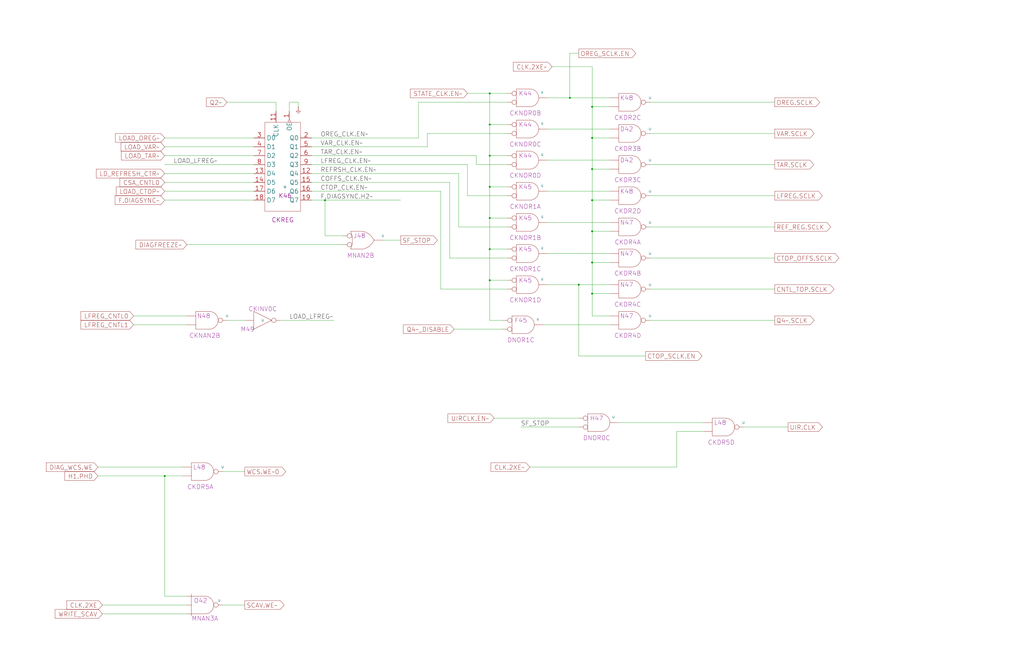
<source format=kicad_sch>
(kicad_sch (version 20220404) (generator eeschema)
  (paper "User" 584.2 378.46)
  (title_block (title "CLOCK GENERATION") (date "20-MAR-90") (rev "1.0") (comment 1 "FIU") (comment 2 "232-003065") (comment 3 "S400") (comment 4 "RELEASED"))
  (lib_symbols
    (symbol "r1000:F00" (pin_numbers hide) (pin_names hide)
      (property "Reference" "U" (at 15.24 0 0))
      (property "Value" "F00" (at 1.905 -5.08 0))
      (property "Location" "___" (at 1.905 0 0))
      (property "Name" "______" (at 2.54 -12.7 0))
      (symbol "F00_0_1"
        (polyline (pts (xy -2.54 -7.62) (xy 5.08 -7.62)) (stroke (width 0.1524)))
        (polyline (pts (xy -2.54 2.54) (xy -2.54 -7.62)) (stroke (width 0.1524)))
        (polyline (pts (xy -2.54 2.54) (xy 5.08 2.54)) (stroke (width 0.1524)))
        (arc (start 5.08 -7.62) (mid 10.1282 -2.54) (end 5.08 2.54) (stroke (width 0.1524)))
        (circle (center 11.43 -2.54) (radius 1.27) (stroke (width 0.1524)))
      )
      (symbol "F00_0_2"
        (circle (center -3.81 -5.08) (radius 1.27) (stroke (width 0.1524)))
        (circle (center -3.81 0) (radius 1.27) (stroke (width 0.1524)))
        (arc (start -3.175 -7.62) (mid -2.134 -2.54) (end -3.175 2.54) (stroke (width 0.1524)))
        (polyline (pts (xy -3.175 -7.62) (xy 3.81 -7.62)) (stroke (width 0.1524)))
        (polyline (pts (xy -3.175 2.54) (xy 3.81 2.54)) (stroke (width 0.1524)))
        (arc (start 3.81 -7.62) (mid 7.5855 -5.8306) (end 10.16 -2.54) (stroke (width 0.1524)))
        (arc (start 10.16 -2.54) (mid 7.5827 0.7471) (end 3.81 2.54) (stroke (width 0.1524)))
      )
      (symbol "F00_1_1"
        (pin input line (at -7.62 0 0) (length 5.08) (name "D0") (number "1"))
        (pin input line (at -7.62 -5.08 0) (length 5.08) (name "D1") (number "2"))
        (pin output line (at 15.24 -2.54 180) (length 2.54) (name "Q") (number "3"))
      )
      (symbol "F00_1_2"
        (pin input line (at -7.62 0 0) (length 2.54) (name "D0") (number "1"))
        (pin input line (at -7.62 -5.08 0) (length 2.54) (name "D1") (number "2"))
        (pin output line (at 15.24 -2.54 180) (length 5.08) (name "Q") (number "3"))
      )
    )
    (symbol "r1000:F02" (pin_numbers hide) (pin_names hide)
      (property "Reference" "U" (at 12.16 0.635 0))
      (property "Value" "F02" (at -1.27 -4.445 0))
      (property "Location" "___" (at 2.54 0 0))
      (property "Name" "______" (at 2.54 -12.7 0))
      (symbol "F02_0_1"
        (arc (start -3.81 -7.62) (mid -2.9847 -2.54) (end -3.81 2.54) (stroke (width 0.1524)))
        (polyline (pts (xy -5.08 -5.08) (xy -3.175 -5.08)) (stroke (width 0.1524)))
        (polyline (pts (xy -5.08 0) (xy -3.175 0)) (stroke (width 0.1524)))
        (polyline (pts (xy -3.81 -7.62) (xy 2.54 -7.62)) (stroke (width 0.1524)))
        (polyline (pts (xy -3.81 2.54) (xy 2.54 2.54)) (stroke (width 0.1524)))
        (polyline (pts (xy 13.97 -2.54) (xy 12.7 -2.54)) (stroke (width 0.1524)))
        (arc (start 2.54 -7.62) (mid 6.9515 -5.9823) (end 10.16 -2.54) (stroke (width 0.1524)))
        (arc (start 10.16 -2.54) (mid 6.9478 0.8966) (end 2.54 2.54) (stroke (width 0.1524)))
        (circle (center 11.43 -2.54) (radius 1.27) (stroke (width 0.1524)))
      )
      (symbol "F02_0_2"
        (circle (center -3.81 -5.08) (radius 1.27) (stroke (width 0.1524)))
        (circle (center -3.81 0) (radius 1.27) (stroke (width 0.1524)))
        (polyline (pts (xy -2.54 -7.62) (xy 5.08 -7.62)) (stroke (width 0.1524)))
        (polyline (pts (xy -2.54 2.54) (xy -2.54 -7.62)) (stroke (width 0.1524)))
        (polyline (pts (xy -2.54 2.54) (xy 5.08 2.54)) (stroke (width 0.1524)))
        (polyline (pts (xy 11.43 -2.54) (xy 10.16 -2.54)) (stroke (width 0.1524)))
        (polyline (pts (xy 11.43 -2.54) (xy 12.7 -2.54)) (stroke (width 0.1524)))
        (arc (start 5.08 -7.62) (mid 10.1282 -2.54) (end 5.08 2.54) (stroke (width 0.1524)))
      )
      (symbol "F02_1_1"
        (pin input line (at -7.62 0 0) (length 2.54) (name "D0") (number "1"))
        (pin input line (at -7.62 -5.08 0) (length 2.54) (name "D1") (number "2"))
        (pin output line (at 15.24 -2.54 180) (length 1.27) (name "Q") (number "3"))
      )
      (symbol "F02_1_2"
        (pin input line (at -7.62 0 0) (length 2.54) (name "D0") (number "1"))
        (pin input line (at -7.62 -5.08 0) (length 2.54) (name "D1") (number "2"))
        (pin output line (at 15.24 -2.54 180) (length 2.54) (name "Q") (number "3"))
      )
    )
    (symbol "r1000:F04" (pin_numbers hide) (pin_names hide)
      (property "Reference" "U" (at 0 0 0))
      (property "Value" "F04" (at 1.27 -5.08 0))
      (property "Location" "___" (at -12.7 -5.08 0))
      (property "Name" "______" (at 0 5.08 0))
      (symbol "F04_0_1"
        (polyline (pts (xy -7.62 0) (xy -5.08 0)) (stroke (width 0.1524)))
        (polyline (pts (xy -5.08 5.08) (xy -5.08 -5.08)) (stroke (width 0.1524)))
        (polyline (pts (xy 5.08 0) (xy -5.08 -5.08)) (stroke (width 0.1524)))
        (polyline (pts (xy 5.08 0) (xy -5.08 5.08)) (stroke (width 0.1524)))
        (circle (center 6.35 0) (radius 1.27) (stroke (width 0.1524)))
      )
      (symbol "F04_1_1"
        (pin input line (at -10.16 0 0) (length 2.54) (name "D0") (number "1"))
        (pin output line (at 10.16 0 180) (length 2.54) (name "Q") (number "2"))
      )
    )
    (symbol "r1000:F10" (pin_numbers hide) (pin_names hide)
      (property "Reference" "U" (at 13.335 0 0))
      (property "Value" "F10" (at 5.715 -5.08 0))
      (property "Location" "___" (at -1.27 0 0))
      (property "Name" "______" (at -2.54 -10.16 0))
      (symbol "F10_0_1"
        (polyline (pts (xy -2.54 -7.62) (xy 5.08 -7.62)) (stroke (width 0.1524)))
        (polyline (pts (xy -2.54 2.54) (xy 5.08 2.54)) (stroke (width 0.1524)))
        (polyline (pts (xy -2.54 3.81) (xy -2.54 -8.89)) (stroke (width 0.1524)))
        (arc (start 5.08 -7.62) (mid 10.1282 -2.54) (end 5.08 2.54) (stroke (width 0.1524)))
        (circle (center 11.43 -2.54) (radius 1.27) (stroke (width 0.1524)))
      )
      (symbol "F10_0_2"
        (circle (center -3.81 -7.62) (radius 1.27) (stroke (width 0.1524)))
        (circle (center -3.81 2.54) (radius 1.27) (stroke (width 0.1524)))
        (circle (center -3.175 -2.54) (radius 1.27) (stroke (width 0.1524)))
        (arc (start -2.54 -7.62) (mid -1.8195 -2.54) (end -2.54 2.54) (stroke (width 0.1524)))
        (polyline (pts (xy -4.445 -2.54) (xy -5.08 -2.54)) (stroke (width 0.1524)))
        (polyline (pts (xy -2.54 -7.62) (xy 5.08 -7.62)) (stroke (width 0.1524)))
        (polyline (pts (xy -2.54 2.54) (xy 5.08 2.54)) (stroke (width 0.1524)))
        (polyline (pts (xy 10.795 -2.54) (xy 12.7 -2.54)) (stroke (width 0.1524)))
        (arc (start 5.08 -7.62) (mid 8.4845 -5.6954) (end 10.795 -2.54) (stroke (width 0.1524)))
        (arc (start 10.795 -2.54) (mid 8.4807 0.6111) (end 5.08 2.54) (stroke (width 0.1524)))
      )
      (symbol "F10_1_1"
        (pin input line (at -5.08 2.54 0) (length 2.54) (name "D0") (number "1"))
        (pin input line (at -5.08 -2.54 0) (length 2.54) (name "D1") (number "2"))
        (pin input line (at -5.08 -7.62 0) (length 2.54) (name "D2") (number "3"))
        (pin output line (at 15.24 -2.54 180) (length 2.54) (name "Q") (number "4"))
      )
      (symbol "F10_1_2"
        (pin input line (at -5.08 2.54 0) (length 0) (name "D0") (number "1"))
        (pin input line (at -5.08 -2.54 0) (length 0) (name "D1") (number "2"))
        (pin input line (at -5.08 -7.62 0) (length 0) (name "D2") (number "3"))
        (pin output line (at 15.24 -2.54 180) (length 2.54) (name "Q") (number "4"))
      )
    )
    (symbol "r1000:F37" (pin_numbers hide) (pin_names (offset 0) hide)
      (property "Reference" "U" (at 15.24 0 0))
      (property "Value" "F37" (at 1.905 -5.08 0))
      (property "Location" "___" (at 1.905 0 0))
      (property "Name" "______" (at 2.54 -12.7 0))
      (symbol "F37_0_1"
        (polyline (pts (xy -2.54 -7.62) (xy 5.08 -7.62)) (stroke (width 0.1524)))
        (polyline (pts (xy -2.54 2.54) (xy -2.54 -7.62)) (stroke (width 0.1524)))
        (polyline (pts (xy -2.54 2.54) (xy 5.08 2.54)) (stroke (width 0.1524)))
        (arc (start 5.08 -7.62) (mid 10.1282 -2.54) (end 5.08 2.54) (stroke (width 0.1524)))
        (circle (center 11.43 -2.54) (radius 1.27) (stroke (width 0.1524)))
      )
      (symbol "F37_0_2"
        (circle (center -3.81 -5.08) (radius 1.27) (stroke (width 0.1524)))
        (circle (center -3.81 0) (radius 1.27) (stroke (width 0.1524)))
        (arc (start -3.175 -7.62) (mid -2.134 -2.54) (end -3.175 2.54) (stroke (width 0.1524)))
        (polyline (pts (xy -3.175 -7.62) (xy 3.81 -7.62)) (stroke (width 0.1524)))
        (polyline (pts (xy -3.175 2.54) (xy 3.81 2.54)) (stroke (width 0.1524)))
        (arc (start 3.81 -7.62) (mid 7.5855 -5.8306) (end 10.16 -2.54) (stroke (width 0.1524)))
        (arc (start 10.16 -2.54) (mid 7.5827 0.7471) (end 3.81 2.54) (stroke (width 0.1524)))
      )
      (symbol "F37_1_1"
        (pin input line (at -7.62 0 0) (length 5.08) (name "D0") (number "1"))
        (pin input line (at -7.62 -5.08 0) (length 5.08) (name "D1") (number "2"))
        (pin output line (at 15.24 -2.54 180) (length 2.54) (name "Q") (number "3"))
      )
      (symbol "F37_1_2"
        (pin input line (at -7.62 0 0) (length 2.54) (name "D0") (number "1"))
        (pin input line (at -7.62 -5.08 0) (length 2.54) (name "D1") (number "2"))
        (pin output line (at 15.24 -2.54 180) (length 5.08) (name "Q") (number "3"))
      )
    )
    (symbol "r1000:F374" (pin_names (offset 1.016))
      (property "Reference" "U" (at 2.54 5.08 0))
      (property "Value" "F374" (at -3.81 -7.62 0))
      (property "Location" "___" (at -1.27 0 0))
      (property "Name" "______" (at 1.27 -15.24 0))
      (symbol "F374_1_1"
        (rectangle (start -8.89 41.91) (end 11.43 -8.89))
        (circle (center 5.08 42.545) (radius 0.635))
        (pin input line (at 5.08 48.26 270) (length 5.08) (name "OE") (number "1"))
        (pin input line (at -2.54 48.26 270) (length 6.35) (name "CLK") (number "11"))
        (pin tri_state line (at 17.78 12.7 180) (length 6.35) (name "Q4") (number "12"))
        (pin input line (at -15.24 12.7 0) (length 6.35) (name "D4") (number "13"))
        (pin input line (at -15.24 7.62 0) (length 6.35) (name "D5") (number "14"))
        (pin tri_state line (at 17.78 7.62 180) (length 6.35) (name "Q5") (number "15"))
        (pin tri_state line (at 17.78 2.54 180) (length 6.35) (name "Q6") (number "16"))
        (pin input line (at -15.24 2.54 0) (length 6.35) (name "D6") (number "17"))
        (pin input line (at -15.24 -2.54 0) (length 6.35) (name "D7") (number "18"))
        (pin tri_state line (at 17.78 -2.54 180) (length 6.35) (name "Q7") (number "19"))
        (pin tri_state line (at 17.78 33.02 180) (length 6.35) (name "Q0") (number "2"))
        (pin input line (at -15.24 33.02 0) (length 6.35) (name "D0") (number "3"))
        (pin input line (at -15.24 27.94 0) (length 6.35) (name "D1") (number "4"))
        (pin tri_state line (at 17.78 27.94 180) (length 6.35) (name "Q1") (number "5"))
        (pin tri_state line (at 17.78 22.86 180) (length 6.35) (name "Q2") (number "6"))
        (pin input line (at -15.24 22.86 0) (length 6.35) (name "D2") (number "7"))
        (pin input line (at -15.24 17.78 0) (length 6.35) (name "D3") (number "8"))
        (pin tri_state line (at 17.78 17.78 180) (length 6.35) (name "Q3") (number "9"))
      )
    )
    (symbol "r1000:PD" (power) (pin_numbers hide) (pin_names hide) (in_bom no)
      (symbol "PD_0_1"
        (polyline (pts (xy 0 -2.54) (xy 1.27 -2.54) (xy 0 -3.81) (xy -1.27 -2.54) (xy 0 -2.54)) (stroke (width 0.1524)))
      )
      (symbol "PD_1_1"
        (pin power_in line (at 0 0 270) (length 2.54) (name "PD") (number "1"))
      )
    )
  )
  (junction (at 337.82 167.64))
  (junction (at 337.82 132.08))
  (junction (at 337.82 78.74))
  (junction (at 330.2 162.56))
  (junction (at 325.12 55.88))
  (junction (at 279.4 88.9))
  (junction (at 337.82 114.3))
  (junction (at 337.82 96.52))
  (junction (at 337.82 149.86))
  (junction (at 279.4 53.34))
  (junction (at 337.82 60.96))
  (junction (at 279.4 106.68))
  (junction (at 185.42 114.3))
  (junction (at 279.4 71.12))
  (junction (at 93.98 271.78))
  (junction (at 279.4 160.02))
  (junction (at 279.4 124.46))
  (junction (at 279.4 142.24))
  (wire (pts (xy 170.18 58.42) (xy 170.18 60.96)))
  (wire (pts (xy 312.42 109.22) (xy 347.98 109.22)))
  (wire (pts (xy 127 345.44) (xy 139.7 345.44)))
  (wire (pts (xy 424.18 243.84) (xy 449.58 243.84)))
  (wire (pts (xy 337.82 167.64) (xy 337.82 149.86)))
  (wire (pts (xy 279.4 88.9) (xy 279.4 71.12)))
  (wire (pts (xy 353.06 241.3) (xy 401.32 241.3)))
  (wire (pts (xy 157.48 63.5) (xy 157.48 58.42)))
  (wire (pts (xy 185.42 114.3) (xy 228.6 114.3)))
  (wire (pts (xy 177.8 83.82) (xy 243.84 83.82)))
  (wire (pts (xy 93.98 104.14) (xy 144.78 104.14)))
  (wire (pts (xy 93.98 78.74) (xy 144.78 78.74)))
  (wire (pts (xy 266.7 93.98) (xy 266.7 111.76)))
  (wire (pts (xy 279.4 124.46) (xy 279.4 106.68)))
  (wire (pts (xy 279.4 88.9) (xy 289.56 88.9)))
  (wire (pts (xy 93.98 114.3) (xy 144.78 114.3)))
  (wire (pts (xy 337.82 78.74) (xy 337.82 60.96)))
  (wire (pts (xy 177.8 109.22) (xy 251.46 109.22)))
  (wire (pts (xy 289.56 160.02) (xy 279.4 160.02)))
  (wire (pts (xy 386.08 246.38) (xy 386.08 266.7)))
  (wire (pts (xy 281.94 238.76) (xy 330.2 238.76)))
  (wire (pts (xy 218.44 137.16) (xy 228.6 137.16)))
  (wire (pts (xy 370.84 182.88) (xy 441.96 182.88)))
  (wire (pts (xy 337.82 180.34) (xy 337.82 167.64)))
  (wire (pts (xy 185.42 134.62) (xy 185.42 114.3)))
  (wire (pts (xy 93.98 88.9) (xy 144.78 88.9)))
  (wire (pts (xy 312.42 144.78) (xy 347.98 144.78)))
  (wire (pts (xy 401.32 246.38) (xy 386.08 246.38)))
  (wire (pts (xy 243.84 76.2) (xy 289.56 76.2)))
  (wire (pts (xy 271.78 93.98) (xy 289.56 93.98)))
  (wire (pts (xy 93.98 271.78) (xy 93.98 340.36)))
  (wire (pts (xy 106.68 340.36) (xy 93.98 340.36)))
  (wire (pts (xy 177.8 114.3) (xy 185.42 114.3)))
  (wire (pts (xy 347.98 180.34) (xy 337.82 180.34)))
  (wire (pts (xy 266.7 111.76) (xy 289.56 111.76)))
  (wire (pts (xy 76.2 185.42) (xy 106.68 185.42)))
  (wire (pts (xy 347.98 114.3) (xy 337.82 114.3)))
  (wire (pts (xy 251.46 165.1) (xy 289.56 165.1)))
  (wire (pts (xy 279.4 182.88) (xy 279.4 160.02)))
  (wire (pts (xy 76.2 180.34) (xy 106.68 180.34)))
  (wire (pts (xy 55.88 266.7) (xy 104.14 266.7)))
  (wire (pts (xy 368.3 203.2) (xy 330.2 203.2)))
  (wire (pts (xy 302.26 266.7) (xy 386.08 266.7)))
  (wire (pts (xy 279.4 142.24) (xy 279.4 124.46)))
  (wire (pts (xy 370.84 165.1) (xy 441.96 165.1)))
  (wire (pts (xy 58.42 350.52) (xy 106.68 350.52)))
  (wire (pts (xy 243.84 83.82) (xy 243.84 76.2)))
  (wire (pts (xy 238.76 78.74) (xy 238.76 58.42)))
  (wire (pts (xy 279.4 53.34) (xy 289.56 53.34)))
  (wire (pts (xy 271.78 88.9) (xy 271.78 93.98)))
  (wire (pts (xy 177.8 88.9) (xy 271.78 88.9)))
  (wire (pts (xy 106.68 139.7) (xy 195.58 139.7)))
  (wire (pts (xy 312.42 91.44) (xy 347.98 91.44)))
  (wire (pts (xy 279.4 106.68) (xy 279.4 88.9)))
  (wire (pts (xy 297.18 243.84) (xy 330.2 243.84)))
  (wire (pts (xy 347.98 167.64) (xy 337.82 167.64)))
  (wire (pts (xy 93.98 99.06) (xy 144.78 99.06)))
  (wire (pts (xy 279.4 142.24) (xy 289.56 142.24)))
  (wire (pts (xy 256.54 147.32) (xy 289.56 147.32)))
  (wire (pts (xy 347.98 96.52) (xy 337.82 96.52)))
  (wire (pts (xy 93.98 109.22) (xy 144.78 109.22)))
  (wire (pts (xy 238.76 58.42) (xy 289.56 58.42)))
  (wire (pts (xy 279.4 71.12) (xy 289.56 71.12)))
  (wire (pts (xy 279.4 106.68) (xy 289.56 106.68)))
  (wire (pts (xy 259.08 187.96) (xy 287.02 187.96)))
  (wire (pts (xy 370.84 93.98) (xy 441.96 93.98)))
  (wire (pts (xy 325.12 55.88) (xy 347.98 55.88)))
  (wire (pts (xy 370.84 76.2) (xy 441.96 76.2)))
  (wire (pts (xy 312.42 55.88) (xy 325.12 55.88)))
  (wire (pts (xy 370.84 147.32) (xy 441.96 147.32)))
  (wire (pts (xy 330.2 203.2) (xy 330.2 162.56)))
  (wire (pts (xy 93.98 83.82) (xy 144.78 83.82)))
  (wire (pts (xy 58.42 345.44) (xy 106.68 345.44)))
  (wire (pts (xy 177.8 78.74) (xy 238.76 78.74)))
  (wire (pts (xy 256.54 104.14) (xy 256.54 147.32)))
  (wire (pts (xy 347.98 149.86) (xy 337.82 149.86)))
  (wire (pts (xy 330.2 30.48) (xy 325.12 30.48)))
  (wire (pts (xy 325.12 30.48) (xy 325.12 55.88)))
  (wire (pts (xy 312.42 127) (xy 347.98 127)))
  (wire (pts (xy 347.98 132.08) (xy 337.82 132.08)))
  (wire (pts (xy 165.1 58.42) (xy 165.1 63.5)))
  (wire (pts (xy 279.4 124.46) (xy 289.56 124.46)))
  (wire (pts (xy 337.82 38.1) (xy 314.96 38.1)))
  (wire (pts (xy 337.82 60.96) (xy 337.82 38.1)))
  (wire (pts (xy 251.46 109.22) (xy 251.46 165.1)))
  (wire (pts (xy 157.48 58.42) (xy 129.54 58.42)))
  (wire (pts (xy 266.7 53.34) (xy 279.4 53.34)))
  (wire (pts (xy 370.84 129.54) (xy 441.96 129.54)))
  (wire (pts (xy 177.8 93.98) (xy 266.7 93.98)))
  (wire (pts (xy 312.42 162.56) (xy 330.2 162.56)))
  (wire (pts (xy 337.82 132.08) (xy 337.82 114.3)))
  (wire (pts (xy 177.8 99.06) (xy 261.62 99.06)))
  (wire (pts (xy 127 269.24) (xy 139.7 269.24)))
  (wire (pts (xy 93.98 271.78) (xy 104.14 271.78)))
  (wire (pts (xy 312.42 73.66) (xy 347.98 73.66)))
  (wire (pts (xy 347.98 60.96) (xy 337.82 60.96)))
  (wire (pts (xy 330.2 162.56) (xy 347.98 162.56)))
  (wire (pts (xy 93.98 93.98) (xy 144.78 93.98)))
  (wire (pts (xy 170.18 58.42) (xy 165.1 58.42)))
  (wire (pts (xy 370.84 111.76) (xy 441.96 111.76)))
  (wire (pts (xy 261.62 129.54) (xy 289.56 129.54)))
  (wire (pts (xy 337.82 96.52) (xy 337.82 78.74)))
  (wire (pts (xy 279.4 160.02) (xy 279.4 142.24)))
  (wire (pts (xy 337.82 114.3) (xy 337.82 96.52)))
  (wire (pts (xy 309.88 185.42) (xy 347.98 185.42)))
  (wire (pts (xy 261.62 99.06) (xy 261.62 129.54)))
  (wire (pts (xy 279.4 71.12) (xy 279.4 53.34)))
  (wire (pts (xy 177.8 104.14) (xy 256.54 104.14)))
  (wire (pts (xy 287.02 182.88) (xy 279.4 182.88)))
  (wire (pts (xy 129.54 182.88) (xy 139.7 182.88)))
  (wire (pts (xy 160.02 182.88) (xy 190.5 182.88)))
  (wire (pts (xy 337.82 149.86) (xy 337.82 132.08)))
  (wire (pts (xy 370.84 58.42) (xy 441.96 58.42)))
  (wire (pts (xy 195.58 134.62) (xy 185.42 134.62)))
  (wire (pts (xy 347.98 78.74) (xy 337.82 78.74)))
  (wire (pts (xy 55.88 271.78) (xy 93.98 271.78)))
  (label "TAR_CLK.EN~" (at 182.88 88.9 0) (effects (font (size 2.54 2.54))))
  (label "VAR_CLK.EN~" (at 182.88 83.82 0) (effects (font (size 2.54 2.54))))
  (label "LFREG_CLK.EN~" (at 182.88 93.98 0) (effects (font (size 2.54 2.54))))
  (label "OREG_CLK.EN~" (at 182.88 78.74 0) (effects (font (size 2.54 2.54))))
  (label "COFFS_CLK.EN~" (at 182.88 104.14 0) (effects (font (size 2.54 2.54))))
  (label "REFRSH_CLK.EN~" (at 182.88 99.06 0) (effects (font (size 2.54 2.54))))
  (label "LOAD_LFREG~" (at 165.1 182.88 0) (effects (font (size 2.54 2.54))))
  (label "F.DIAGSYNC.H2~" (at 182.88 114.3 0) (effects (font (size 2.54 2.54))))
  (label "CTOP_CLK.EN~" (at 182.88 109.22 0) (effects (font (size 2.54 2.54))))
  (label "LOAD_LFREG~" (at 99.06 93.98 0) (effects (font (size 2.54 2.54))))
  (label "SF_STOP" (at 297.18 243.84 0) (effects (font (size 2.54 2.54))))
  (global_label "SF_STOP" (shape output) (at 228.6 137.16 0) (effects (font (size 2.54 2.54))) (property "Intersheet References" "${INTERSHEET_REFS}" (at 249.3222 137.0013 0) (effects (font (size 1.905 1.905)) (justify left))))
  (global_label "CNTL_TOP.SCLK" (shape output) (at 441.96 165.1 0) (effects (font (size 2.54 2.54))) (property "Intersheet References" "${INTERSHEET_REFS}" (at 475.6241 164.9413 0) (effects (font (size 1.905 1.905)) (justify left))))
  (global_label "WRITE_SCAV" (shape input) (at 58.42 350.52 180) (effects (font (size 2.54 2.54))) (property "Intersheet References" "${INTERSHEET_REFS}" (at 31.6502 350.3613 0) (effects (font (size 1.905 1.905)) (justify right))))
  (global_label "OREG.SCLK" (shape output) (at 441.96 58.42 0) (effects (font (size 2.54 2.54))) (property "Intersheet References" "${INTERSHEET_REFS}" (at 467.3993 58.2613 0) (effects (font (size 1.905 1.905)) (justify left))))
  (global_label "LOAD_VAR~" (shape input) (at 93.98 83.82 180) (effects (font (size 2.54 2.54))) (property "Intersheet References" "${INTERSHEET_REFS}" (at 69.2664 83.6613 0) (effects (font (size 1.905 1.905)) (justify right))))
  (global_label "LOAD_CTOP~" (shape input) (at 93.98 109.22 180) (effects (font (size 2.54 2.54))) (property "Intersheet References" "${INTERSHEET_REFS}" (at 66.4845 109.0613 0) (effects (font (size 1.905 1.905)) (justify right))))
  (global_label "CTOP_OFFS.SCLK" (shape output) (at 441.96 147.32 0) (effects (font (size 2.54 2.54))) (property "Intersheet References" "${INTERSHEET_REFS}" (at 478.406 147.1613 0) (effects (font (size 1.905 1.905)) (justify left))))
  (global_label "DIAG_WCS.WE" (shape input) (at 55.88 266.7 180) (effects (font (size 2.54 2.54))) (property "Intersheet References" "${INTERSHEET_REFS}" (at 26.3797 266.5413 0) (effects (font (size 1.905 1.905)) (justify right))))
  (global_label "Q2~" (shape input) (at 129.54 58.42 180) (effects (font (size 2.54 2.54))) (property "Intersheet References" "${INTERSHEET_REFS}" (at 118.0102 58.2613 0) (effects (font (size 1.905 1.905)) (justify right))))
  (global_label "H1.PHD" (shape input) (at 55.88 271.78 180) (effects (font (size 2.54 2.54))) (property "Intersheet References" "${INTERSHEET_REFS}" (at 37.214 271.6213 0) (effects (font (size 1.905 1.905)) (justify right))))
  (global_label "LD_REFRESH_CTR~" (shape input) (at 93.98 99.06 180) (effects (font (size 2.54 2.54))) (property "Intersheet References" "${INTERSHEET_REFS}" (at 55.115 98.9013 0) (effects (font (size 1.905 1.905)) (justify right))))
  (global_label "F.DIAGSYNC~" (shape input) (at 93.98 114.3 180) (effects (font (size 2.54 2.54))) (property "Intersheet References" "${INTERSHEET_REFS}" (at 65.8797 114.1413 0) (effects (font (size 1.905 1.905)) (justify right))))
  (global_label "LFREG.SCLK" (shape output) (at 441.96 111.76 0) (effects (font (size 2.54 2.54))) (property "Intersheet References" "${INTERSHEET_REFS}" (at 468.9717 111.6013 0) (effects (font (size 1.905 1.905)) (justify left))))
  (global_label "WCS.WE~0" (shape output) (at 139.7 269.24 0) (effects (font (size 2.54 2.54))) (property "Intersheet References" "${INTERSHEET_REFS}" (at 162.8412 269.0813 0) (effects (font (size 1.905 1.905)) (justify left))))
  (global_label "TAR.SCLK" (shape output) (at 441.96 93.98 0) (effects (font (size 2.54 2.54))) (property "Intersheet References" "${INTERSHEET_REFS}" (at 464.0126 93.8213 0) (effects (font (size 1.905 1.905)) (justify left))))
  (global_label "LFREG_CNTL1" (shape input) (at 76.2 185.42 180) (effects (font (size 2.54 2.54))) (property "Intersheet References" "${INTERSHEET_REFS}" (at 46.4064 185.2613 0) (effects (font (size 1.905 1.905)) (justify right))))
  (global_label "LFREG_CNTL0" (shape input) (at 76.2 180.34 180) (effects (font (size 2.54 2.54))) (property "Intersheet References" "${INTERSHEET_REFS}" (at 46.4064 180.1813 0) (effects (font (size 1.905 1.905)) (justify right))))
  (global_label "REF_REG.SCLK" (shape output) (at 441.96 129.54 0) (effects (font (size 2.54 2.54))) (property "Intersheet References" "${INTERSHEET_REFS}" (at 473.6888 129.3813 0) (effects (font (size 1.905 1.905)) (justify left))))
  (global_label "CLK.2XE~" (shape input) (at 302.26 266.7 180) (effects (font (size 2.54 2.54))) (property "Intersheet References" "${INTERSHEET_REFS}" (at 274.1597 266.5413 0) (effects (font (size 1.905 1.905)) (justify right))))
  (global_label "CLK.2XE" (shape input) (at 58.42 345.44 180) (effects (font (size 2.54 2.54))) (property "Intersheet References" "${INTERSHEET_REFS}" (at 32.134 345.2813 0) (effects (font (size 1.905 1.905)) (justify right))))
  (global_label "SCAV.WE~" (shape output) (at 139.7 345.44 0) (effects (font (size 2.54 2.54))) (property "Intersheet References" "${INTERSHEET_REFS}" (at 161.8736 345.2813 0) (effects (font (size 1.905 1.905)) (justify left))))
  (global_label "LOAD_OREG~" (shape input) (at 93.98 78.74 180) (effects (font (size 2.54 2.54))) (property "Intersheet References" "${INTERSHEET_REFS}" (at 65.9311 78.5813 0) (effects (font (size 1.905 1.905)) (justify right))))
  (global_label "UIRCLK.EN~" (shape input) (at 281.94 238.76 180) (effects (font (size 2.54 2.54))) (property "Intersheet References" "${INTERSHEET_REFS}" (at 255.775 238.6013 0) (effects (font (size 1.905 1.905)) (justify right))))
  (global_label "STATE_CLK.EN~" (shape input) (at 266.7 53.34 180) (effects (font (size 2.54 2.54))) (property "Intersheet References" "${INTERSHEET_REFS}" (at 234.2455 53.1813 0) (effects (font (size 1.905 1.905)) (justify right))))
  (global_label "VAR.SCLK" (shape output) (at 441.96 76.2 0) (effects (font (size 2.54 2.54))) (property "Intersheet References" "${INTERSHEET_REFS}" (at 464.2545 76.0413 0) (effects (font (size 1.905 1.905)) (justify left))))
  (global_label "OREG_SCLK.EN" (shape output) (at 330.2 30.48 0) (effects (font (size 2.54 2.54))) (property "Intersheet References" "${INTERSHEET_REFS}" (at 362.5336 30.3213 0) (effects (font (size 1.905 1.905)) (justify left))))
  (global_label "Q4~.SCLK" (shape output) (at 441.96 182.88 0) (effects (font (size 2.54 2.54))) (property "Intersheet References" "${INTERSHEET_REFS}" (at 464.2545 182.7213 0) (effects (font (size 1.905 1.905)) (justify left))))
  (global_label "UIR.CLK" (shape output) (at 449.58 243.84 0) (effects (font (size 2.54 2.54))) (property "Intersheet References" "${INTERSHEET_REFS}" (at 468.9717 243.6813 0) (effects (font (size 1.905 1.905)) (justify left))))
  (global_label "CSA_CNTL0" (shape input) (at 93.98 104.14 180) (effects (font (size 2.54 2.54))) (property "Intersheet References" "${INTERSHEET_REFS}" (at 68.6616 103.9813 0) (effects (font (size 1.905 1.905)) (justify right))))
  (global_label "Q4~_DISABLE" (shape input) (at 259.08 187.96 180) (effects (font (size 2.54 2.54))) (property "Intersheet References" "${INTERSHEET_REFS}" (at 230.375 187.8013 0) (effects (font (size 1.905 1.905)) (justify right))))
  (global_label "CTOP_SCLK.EN" (shape output) (at 368.3 203.2 0) (effects (font (size 2.54 2.54))) (property "Intersheet References" "${INTERSHEET_REFS}" (at 400.2707 203.0413 0) (effects (font (size 1.905 1.905)) (justify left))))
  (global_label "CLK.2XE~" (shape input) (at 314.96 38.1 180) (effects (font (size 2.54 2.54))) (property "Intersheet References" "${INTERSHEET_REFS}" (at 286.8597 37.9413 0) (effects (font (size 1.905 1.905)) (justify right))))
  (global_label "LOAD_TAR~" (shape input) (at 93.98 88.9 180) (effects (font (size 2.54 2.54))) (property "Intersheet References" "${INTERSHEET_REFS}" (at 69.5083 88.7413 0) (effects (font (size 1.905 1.905)) (justify right))))
  (global_label "DIAGFREEZE~" (shape input) (at 106.68 139.7 180) (effects (font (size 2.54 2.54))) (property "Intersheet References" "${INTERSHEET_REFS}" (at 77.7331 139.5413 0) (effects (font (size 1.905 1.905)) (justify right))))
  (symbol (lib_id "r1000:F37") (at 355.6 109.22 0) (unit 1)
    (default_instance (reference "U") (unit 1) (value "") (footprint ""))
    (property "Reference" "U" (at 370.84 109.22 0))
    (property "Location" "K48" (at 357.505 109.22 0) (effects (font (size 2.54 2.54))))
    (property "Name" "CKDR2D" (at 358.14 121.92 0) (effects (font (size 2.54 2.54)) (justify bottom)))
  )
  (symbol (lib_id "r1000:F10") (at 111.76 342.9 0) (unit 1)
    (default_instance (reference "U") (unit 1) (value "") (footprint ""))
    (property "Reference" "U" (at 125.095 342.9 0))
    (property "Location" "O42" (at 110.49 342.9 0) (effects (font (size 2.54 2.54)) (justify left)))
    (property "Name" "MNAN3A" (at 109.22 353.06 0) (effects (font (size 2.54 2.54)) (justify left)))
  )
  (symbol (lib_id "r1000:F02") (at 297.18 160.02 0) (unit 1) (convert 2)
    (default_instance (reference "U") (unit 1) (value "") (footprint ""))
    (property "Reference" "U" (at 309.34 159.385 0))
    (property "Location" "K45" (at 299.72 160.02 0) (effects (font (size 2.54 2.54))))
    (property "Name" "CKNOR1D" (at 299.72 172.72 0) (effects (font (size 2.54 2.54)) (justify bottom)))
  )
  (symbol (lib_id "r1000:F37") (at 355.6 73.66 0) (unit 1)
    (default_instance (reference "U") (unit 1) (value "") (footprint ""))
    (property "Reference" "U" (at 370.84 73.66 0))
    (property "Location" "D42" (at 357.505 73.66 0) (effects (font (size 2.54 2.54))))
    (property "Name" "CKDR3B" (at 358.14 86.36 0) (effects (font (size 2.54 2.54)) (justify bottom)))
  )
  (symbol (lib_id "r1000:F02") (at 297.18 142.24 0) (unit 1) (convert 2)
    (default_instance (reference "U") (unit 1) (value "") (footprint ""))
    (property "Reference" "U" (at 309.34 141.605 0))
    (property "Location" "K45" (at 299.72 142.24 0) (effects (font (size 2.54 2.54))))
    (property "Name" "CKNOR1C" (at 299.72 154.94 0) (effects (font (size 2.54 2.54)) (justify bottom)))
  )
  (symbol (lib_id "r1000:F02") (at 297.18 106.68 0) (unit 1) (convert 2)
    (default_instance (reference "U") (unit 1) (value "") (footprint ""))
    (property "Reference" "U" (at 309.34 106.045 0))
    (property "Location" "K45" (at 299.72 106.68 0) (effects (font (size 2.54 2.54))))
    (property "Name" "CKNOR1A" (at 299.72 119.38 0) (effects (font (size 2.54 2.54)) (justify bottom)))
  )
  (symbol (lib_id "r1000:F02") (at 294.64 182.88 0) (unit 1) (convert 2)
    (default_instance (reference "U") (unit 1) (value "") (footprint ""))
    (property "Reference" "U" (at 306.8 182.245 0))
    (property "Location" "F45" (at 297.18 182.88 0) (effects (font (size 2.54 2.54))))
    (property "Name" "DNOR1C" (at 297.18 195.58 0) (effects (font (size 2.54 2.54)) (justify bottom)))
  )
  (symbol (lib_id "r1000:F37") (at 355.6 55.88 0) (unit 1)
    (default_instance (reference "U") (unit 1) (value "") (footprint ""))
    (property "Reference" "U" (at 370.84 55.88 0))
    (property "Location" "K48" (at 357.505 55.88 0) (effects (font (size 2.54 2.54))))
    (property "Name" "CKDR2C" (at 358.14 68.58 0) (effects (font (size 2.54 2.54)) (justify bottom)))
  )
  (symbol (lib_id "r1000:PD") (at 170.18 60.96 0) (unit 1) (in_bom no)
    (default_instance (reference "U") (unit 1) (value "") (footprint ""))
    (property "Reference" "U" (effects hide))
  )
  (symbol (lib_id "r1000:F37") (at 355.6 180.34 0) (unit 1)
    (default_instance (reference "U") (unit 1) (value "") (footprint ""))
    (property "Reference" "U" (at 370.84 180.34 0))
    (property "Location" "N47" (at 357.505 180.34 0) (effects (font (size 2.54 2.54))))
    (property "Name" "CKDR4D" (at 358.14 193.04 0) (effects (font (size 2.54 2.54)) (justify bottom)))
  )
  (symbol (lib_id "r1000:F37") (at 111.76 266.7 0) (unit 1)
    (default_instance (reference "U") (unit 1) (value "") (footprint ""))
    (property "Reference" "U" (at 127 266.7 0))
    (property "Location" "L48" (at 113.665 266.7 0) (effects (font (size 2.54 2.54))))
    (property "Name" "CKDR5A" (at 114.3 279.4 0) (effects (font (size 2.54 2.54)) (justify bottom)))
  )
  (symbol (lib_id "r1000:F00") (at 114.3 180.34 0) (unit 1)
    (default_instance (reference "U") (unit 1) (value "") (footprint ""))
    (property "Reference" "U" (at 129.54 180.34 0))
    (property "Location" "N48" (at 116.205 180.34 0) (effects (font (size 2.54 2.54))))
    (property "Name" "CKNAN2B" (at 116.84 193.04 0) (effects (font (size 2.54 2.54)) (justify bottom)))
  )
  (symbol (lib_id "r1000:F37") (at 355.6 91.44 0) (unit 1)
    (default_instance (reference "U") (unit 1) (value "") (footprint ""))
    (property "Reference" "U" (at 370.84 91.44 0))
    (property "Location" "D42" (at 357.505 91.44 0) (effects (font (size 2.54 2.54))))
    (property "Name" "CKDR3C" (at 358.14 104.14 0) (effects (font (size 2.54 2.54)) (justify bottom)))
  )
  (symbol (lib_id "r1000:F00") (at 203.2 134.62 0) (unit 1) (convert 2)
    (default_instance (reference "U") (unit 1) (value "") (footprint ""))
    (property "Reference" "U" (at 218.44 134.62 0))
    (property "Location" "J48" (at 205.105 134.62 0) (effects (font (size 2.54 2.54))))
    (property "Name" "MNAN2B" (at 205.74 147.32 0) (effects (font (size 2.54 2.54)) (justify bottom)))
  )
  (symbol (lib_id "r1000:F37") (at 355.6 127 0) (unit 1)
    (default_instance (reference "U") (unit 1) (value "") (footprint ""))
    (property "Reference" "U" (at 370.84 127 0))
    (property "Location" "N47" (at 357.505 127 0) (effects (font (size 2.54 2.54))))
    (property "Name" "CKDR4A" (at 358.14 139.7 0) (effects (font (size 2.54 2.54)) (justify bottom)))
  )
  (symbol (lib_id "r1000:F374") (at 160.02 111.76 0) (unit 1)
    (default_instance (reference "U") (unit 1) (value "") (footprint ""))
    (property "Reference" "U" (at 162.56 106.68 0))
    (property "Location" "K46" (at 158.75 111.76 0) (effects (font (size 2.54 2.54)) (justify left)))
    (property "Name" "CKREG" (at 161.29 127 0) (effects (font (size 2.54 2.54)) (justify bottom)))
  )
  (symbol (lib_id "r1000:F02") (at 337.82 238.76 0) (unit 1) (convert 2)
    (default_instance (reference "U") (unit 1) (value "") (footprint ""))
    (property "Reference" "U" (at 349.98 238.125 0))
    (property "Location" "H47" (at 340.36 238.76 0) (effects (font (size 2.54 2.54))))
    (property "Name" "DNOR0C" (at 340.36 251.46 0) (effects (font (size 2.54 2.54)) (justify bottom)))
  )
  (symbol (lib_id "r1000:F02") (at 297.18 53.34 0) (unit 1) (convert 2)
    (default_instance (reference "U") (unit 1) (value "") (footprint ""))
    (property "Reference" "U" (at 309.34 52.705 0))
    (property "Location" "K44" (at 299.72 53.34 0) (effects (font (size 2.54 2.54))))
    (property "Name" "CKNOR0B" (at 299.72 66.04 0) (effects (font (size 2.54 2.54)) (justify bottom)))
  )
  (symbol (lib_id "r1000:F37") (at 355.6 162.56 0) (unit 1)
    (default_instance (reference "U") (unit 1) (value "") (footprint ""))
    (property "Reference" "U" (at 370.84 162.56 0))
    (property "Location" "N47" (at 357.505 162.56 0) (effects (font (size 2.54 2.54))))
    (property "Name" "CKDR4C" (at 358.14 175.26 0) (effects (font (size 2.54 2.54)) (justify bottom)))
  )
  (symbol (lib_id "r1000:F02") (at 297.18 71.12 0) (unit 1) (convert 2)
    (default_instance (reference "U") (unit 1) (value "") (footprint ""))
    (property "Reference" "U" (at 309.34 70.485 0))
    (property "Location" "K44" (at 299.72 71.12 0) (effects (font (size 2.54 2.54))))
    (property "Name" "CKNOR0C" (at 299.72 83.82 0) (effects (font (size 2.54 2.54)) (justify bottom)))
  )
  (symbol (lib_id "r1000:F02") (at 297.18 124.46 0) (unit 1) (convert 2)
    (default_instance (reference "U") (unit 1) (value "") (footprint ""))
    (property "Reference" "U" (at 309.34 123.825 0))
    (property "Location" "K45" (at 299.72 124.46 0) (effects (font (size 2.54 2.54))))
    (property "Name" "CKNOR1B" (at 299.72 137.16 0) (effects (font (size 2.54 2.54)) (justify bottom)))
  )
  (symbol (lib_id "r1000:F02") (at 297.18 88.9 0) (unit 1) (convert 2)
    (default_instance (reference "U") (unit 1) (value "") (footprint ""))
    (property "Reference" "U" (at 309.34 88.265 0))
    (property "Location" "K44" (at 299.72 88.9 0) (effects (font (size 2.54 2.54))))
    (property "Name" "CKNOR0D" (at 299.72 101.6 0) (effects (font (size 2.54 2.54)) (justify bottom)))
  )
  (symbol (lib_id "r1000:F37") (at 408.94 241.3 0) (unit 1)
    (default_instance (reference "U") (unit 1) (value "") (footprint ""))
    (property "Reference" "U" (at 424.18 241.3 0))
    (property "Location" "L48" (at 410.845 241.3 0) (effects (font (size 2.54 2.54))))
    (property "Name" "CKDR5D" (at 411.48 254 0) (effects (font (size 2.54 2.54)) (justify bottom)))
  )
  (symbol (lib_id "r1000:F04") (at 149.86 182.88 0) (unit 1)
    (default_instance (reference "U") (unit 1) (value "") (footprint ""))
    (property "Reference" "U" (at 149.86 182.88 0))
    (property "Location" "M49" (at 137.16 187.96 0) (effects (font (size 2.54 2.54)) (justify left)))
    (property "Name" "CKINV0C" (at 149.86 177.8 0) (effects (font (size 2.54 2.54)) (justify bottom)))
  )
  (symbol (lib_id "r1000:F37") (at 355.6 144.78 0) (unit 1)
    (default_instance (reference "U") (unit 1) (value "") (footprint ""))
    (property "Reference" "U" (at 370.84 144.78 0))
    (property "Location" "N47" (at 357.505 144.78 0) (effects (font (size 2.54 2.54))))
    (property "Name" "CKDR4B" (at 358.14 157.48 0) (effects (font (size 2.54 2.54)) (justify bottom)))
  )
)
</source>
